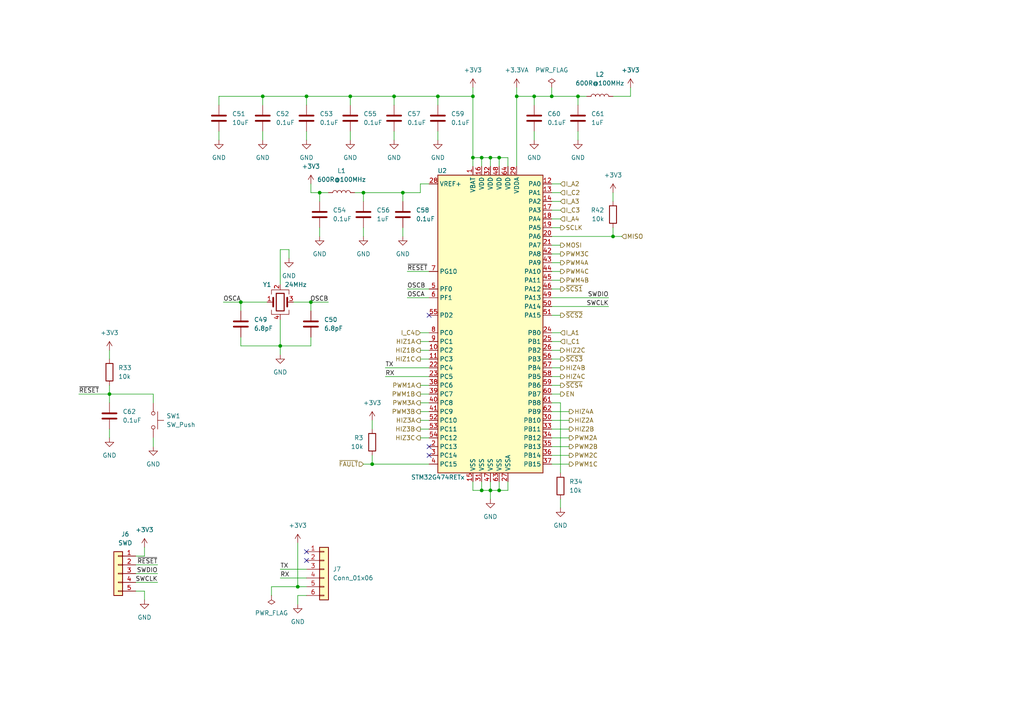
<source format=kicad_sch>
(kicad_sch (version 20210621) (generator eeschema)
  (paper "A4")
  (lib_symbols
    (symbol "Connector_Generic:Conn_01x05" (pin_names (offset 1.016) hide)
      (property "Reference" "J" (at 0 7.62 0))
      (property "Value" "Conn_01x05" (at 0 -7.62 0))
      (symbol "Conn_01x05_1_1"
        (rectangle (start -1.27 -4.953) (end 0 -5.207) (stroke (width 0.1524)))
        (rectangle (start -1.27 -2.413) (end 0 -2.667) (stroke (width 0.1524)))
        (rectangle (start -1.27 0.127) (end 0 -0.127) (stroke (width 0.1524)))
        (rectangle (start -1.27 2.667) (end 0 2.413) (stroke (width 0.1524)))
        (rectangle (start -1.27 5.207) (end 0 4.953) (stroke (width 0.1524)))
        (rectangle (start -1.27 6.35) (end 1.27 -6.35) (stroke (width 0.254)) (fill (type background)))
        (pin passive line (at -5.08 5.08 0) (length 3.81) (name "Pin_1") (number "1"))
        (pin passive line (at -5.08 2.54 0) (length 3.81) (name "Pin_2") (number "2"))
        (pin passive line (at -5.08 0 0) (length 3.81) (name "Pin_3") (number "3"))
        (pin passive line (at -5.08 -2.54 0) (length 3.81) (name "Pin_4") (number "4"))
        (pin passive line (at -5.08 -5.08 0) (length 3.81) (name "Pin_5") (number "5"))
      )
    )
    (symbol "Connector_Generic:Conn_01x06" (pin_names (offset 1.016) hide)
      (property "Reference" "J" (at 0 7.62 0))
      (property "Value" "Conn_01x06" (at 0 -10.16 0))
      (symbol "Conn_01x06_1_1"
        (rectangle (start -1.27 -7.493) (end 0 -7.747) (stroke (width 0.1524)))
        (rectangle (start -1.27 -4.953) (end 0 -5.207) (stroke (width 0.1524)))
        (rectangle (start -1.27 -2.413) (end 0 -2.667) (stroke (width 0.1524)))
        (rectangle (start -1.27 0.127) (end 0 -0.127) (stroke (width 0.1524)))
        (rectangle (start -1.27 2.667) (end 0 2.413) (stroke (width 0.1524)))
        (rectangle (start -1.27 5.207) (end 0 4.953) (stroke (width 0.1524)))
        (rectangle (start -1.27 6.35) (end 1.27 -8.89) (stroke (width 0.254)) (fill (type background)))
        (pin passive line (at -5.08 5.08 0) (length 3.81) (name "Pin_1") (number "1"))
        (pin passive line (at -5.08 2.54 0) (length 3.81) (name "Pin_2") (number "2"))
        (pin passive line (at -5.08 0 0) (length 3.81) (name "Pin_3") (number "3"))
        (pin passive line (at -5.08 -2.54 0) (length 3.81) (name "Pin_4") (number "4"))
        (pin passive line (at -5.08 -5.08 0) (length 3.81) (name "Pin_5") (number "5"))
        (pin passive line (at -5.08 -7.62 0) (length 3.81) (name "Pin_6") (number "6"))
      )
    )
    (symbol "Device:C" (pin_numbers hide) (pin_names (offset 0.254))
      (property "Reference" "C" (at 0.635 2.54 0))
      (property "Value" "C" (at 0.635 -2.54 0))
      (symbol "C_0_1"
        (polyline (pts (xy -2.032 -0.762) (xy 2.032 -0.762)) (stroke (width 0.508)))
        (polyline (pts (xy -2.032 0.762) (xy 2.032 0.762)) (stroke (width 0.508)))
      )
      (symbol "C_1_1"
        (pin passive line (at 0 3.81 270) (length 2.794) (name "~") (number "1"))
        (pin passive line (at 0 -3.81 90) (length 2.794) (name "~") (number "2"))
      )
    )
    (symbol "Device:Crystal_GND24" (pin_names (offset 1.016) hide)
      (property "Reference" "Y" (at 3.175 5.08 0))
      (property "Value" "Crystal_GND24" (at 3.175 3.175 0))
      (symbol "Crystal_GND24_0_1"
        (rectangle (start -1.143 2.54) (end 1.143 -2.54) (stroke (width 0.3048)))
        (polyline (pts (xy -2.54 0) (xy -2.032 0)))
        (polyline (pts (xy -2.032 -1.27) (xy -2.032 1.27)) (stroke (width 0.508)))
        (polyline (pts (xy 0 -3.81) (xy 0 -3.556)))
        (polyline (pts (xy 0 3.556) (xy 0 3.81)))
        (polyline (pts (xy 2.032 -1.27) (xy 2.032 1.27)) (stroke (width 0.508)))
        (polyline (pts (xy 2.032 0) (xy 2.54 0)))
        (polyline (pts (xy -2.54 -2.286) (xy -2.54 -3.556) (xy 2.54 -3.556) (xy 2.54 -2.286)))
        (polyline (pts (xy -2.54 2.286) (xy -2.54 3.556) (xy 2.54 3.556) (xy 2.54 2.286)))
      )
      (symbol "Crystal_GND24_1_1"
        (pin passive line (at -3.81 0 0) (length 1.27) (name "1") (number "1"))
        (pin passive line (at 0 5.08 270) (length 1.27) (name "2") (number "2"))
        (pin passive line (at 3.81 0 180) (length 1.27) (name "3") (number "3"))
        (pin passive line (at 0 -5.08 90) (length 1.27) (name "4") (number "4"))
      )
    )
    (symbol "Device:L" (pin_numbers hide) (pin_names (offset 1.016) hide)
      (property "Reference" "L" (at -1.27 0 90))
      (property "Value" "L" (at 1.905 0 90))
      (symbol "L_0_1"
        (arc (start 0 -2.54) (end 0 -1.27) (radius (at 0 -1.905) (length 0.635) (angles -89.9 89.9)))
        (arc (start 0 -1.27) (end 0 0) (radius (at 0 -0.635) (length 0.635) (angles -89.9 89.9)))
        (arc (start 0 0) (end 0 1.27) (radius (at 0 0.635) (length 0.635) (angles -89.9 89.9)))
        (arc (start 0 1.27) (end 0 2.54) (radius (at 0 1.905) (length 0.635) (angles -89.9 89.9)))
      )
      (symbol "L_1_1"
        (pin passive line (at 0 3.81 270) (length 1.27) (name "1") (number "1"))
        (pin passive line (at 0 -3.81 90) (length 1.27) (name "2") (number "2"))
      )
    )
    (symbol "Device:R" (pin_numbers hide) (pin_names (offset 0))
      (property "Reference" "R" (at 2.032 0 90))
      (property "Value" "R" (at 0 0 90))
      (symbol "R_0_1"
        (rectangle (start -1.016 -2.54) (end 1.016 2.54) (stroke (width 0.254)))
      )
      (symbol "R_1_1"
        (pin passive line (at 0 3.81 270) (length 1.27) (name "~") (number "1"))
        (pin passive line (at 0 -3.81 90) (length 1.27) (name "~") (number "2"))
      )
    )
    (symbol "MCU_ST_STM32G4:STM32G474RETx"
      (property "Reference" "U" (at -15.24 44.45 0))
      (property "Value" "STM32G474RETx" (at 10.16 44.45 0))
      (symbol "STM32G474RETx_0_1"
        (rectangle (start -15.24 -43.18) (end 15.24 43.18) (stroke (width 0.254)) (fill (type background)))
      )
      (symbol "STM32G474RETx_1_1"
        (pin power_in line (at -5.08 45.72 270) (length 2.54) (name "VBAT") (number "1"))
        (pin bidirectional line (at -17.78 -7.62 0) (length 2.54) (name "PC2") (number "10"))
        (pin bidirectional line (at -17.78 -10.16 0) (length 2.54) (name "PC3") (number "11"))
        (pin bidirectional line (at 17.78 40.64 180) (length 2.54) (name "PA0") (number "12"))
        (pin bidirectional line (at 17.78 38.1 180) (length 2.54) (name "PA1") (number "13"))
        (pin bidirectional line (at 17.78 35.56 180) (length 2.54) (name "PA2") (number "14"))
        (pin power_in line (at -5.08 -45.72 90) (length 2.54) (name "VSS") (number "15"))
        (pin power_in line (at -2.54 45.72 270) (length 2.54) (name "VDD") (number "16"))
        (pin bidirectional line (at 17.78 33.02 180) (length 2.54) (name "PA3") (number "17"))
        (pin bidirectional line (at 17.78 30.48 180) (length 2.54) (name "PA4") (number "18"))
        (pin bidirectional line (at 17.78 27.94 180) (length 2.54) (name "PA5") (number "19"))
        (pin bidirectional line (at -17.78 -35.56 0) (length 2.54) (name "PC13") (number "2"))
        (pin bidirectional line (at 17.78 25.4 180) (length 2.54) (name "PA6") (number "20"))
        (pin bidirectional line (at 17.78 22.86 180) (length 2.54) (name "PA7") (number "21"))
        (pin bidirectional line (at -17.78 -12.7 0) (length 2.54) (name "PC4") (number "22"))
        (pin bidirectional line (at -17.78 -15.24 0) (length 2.54) (name "PC5") (number "23"))
        (pin bidirectional line (at 17.78 -2.54 180) (length 2.54) (name "PB0") (number "24"))
        (pin bidirectional line (at 17.78 -5.08 180) (length 2.54) (name "PB1") (number "25"))
        (pin bidirectional line (at 17.78 -7.62 180) (length 2.54) (name "PB2") (number "26"))
        (pin power_in line (at 5.08 -45.72 90) (length 2.54) (name "VSSA") (number "27"))
        (pin bidirectional line (at -17.78 40.64 0) (length 2.54) (name "VREF+") (number "28"))
        (pin power_in line (at 7.62 45.72 270) (length 2.54) (name "VDDA") (number "29"))
        (pin bidirectional line (at -17.78 -38.1 0) (length 2.54) (name "PC14") (number "3"))
        (pin bidirectional line (at 17.78 -27.94 180) (length 2.54) (name "PB10") (number "30"))
        (pin power_in line (at -2.54 -45.72 90) (length 2.54) (name "VSS") (number "31"))
        (pin power_in line (at 0 45.72 270) (length 2.54) (name "VDD") (number "32"))
        (pin bidirectional line (at 17.78 -30.48 180) (length 2.54) (name "PB11") (number "33"))
        (pin bidirectional line (at 17.78 -33.02 180) (length 2.54) (name "PB12") (number "34"))
        (pin bidirectional line (at 17.78 -35.56 180) (length 2.54) (name "PB13") (number "35"))
        (pin bidirectional line (at 17.78 -38.1 180) (length 2.54) (name "PB14") (number "36"))
        (pin bidirectional line (at 17.78 -40.64 180) (length 2.54) (name "PB15") (number "37"))
        (pin bidirectional line (at -17.78 -17.78 0) (length 2.54) (name "PC6") (number "38"))
        (pin bidirectional line (at -17.78 -20.32 0) (length 2.54) (name "PC7") (number "39"))
        (pin bidirectional line (at -17.78 -40.64 0) (length 2.54) (name "PC15") (number "4"))
        (pin bidirectional line (at -17.78 -22.86 0) (length 2.54) (name "PC8") (number "40"))
        (pin bidirectional line (at -17.78 -25.4 0) (length 2.54) (name "PC9") (number "41"))
        (pin bidirectional line (at 17.78 20.32 180) (length 2.54) (name "PA8") (number "42"))
        (pin bidirectional line (at 17.78 17.78 180) (length 2.54) (name "PA9") (number "43"))
        (pin bidirectional line (at 17.78 15.24 180) (length 2.54) (name "PA10") (number "44"))
        (pin bidirectional line (at 17.78 12.7 180) (length 2.54) (name "PA11") (number "45"))
        (pin bidirectional line (at 17.78 10.16 180) (length 2.54) (name "PA12") (number "46"))
        (pin power_in line (at 0 -45.72 90) (length 2.54) (name "VSS") (number "47"))
        (pin power_in line (at 2.54 45.72 270) (length 2.54) (name "VDD") (number "48"))
        (pin bidirectional line (at 17.78 7.62 180) (length 2.54) (name "PA13") (number "49"))
        (pin input line (at -17.78 10.16 0) (length 2.54) (name "PF0") (number "5"))
        (pin bidirectional line (at 17.78 5.08 180) (length 2.54) (name "PA14") (number "50"))
        (pin bidirectional line (at 17.78 2.54 180) (length 2.54) (name "PA15") (number "51"))
        (pin bidirectional line (at -17.78 -27.94 0) (length 2.54) (name "PC10") (number "52"))
        (pin bidirectional line (at -17.78 -30.48 0) (length 2.54) (name "PC11") (number "53"))
        (pin bidirectional line (at -17.78 -33.02 0) (length 2.54) (name "PC12") (number "54"))
        (pin bidirectional line (at -17.78 2.54 0) (length 2.54) (name "PD2") (number "55"))
        (pin bidirectional line (at 17.78 -10.16 180) (length 2.54) (name "PB3") (number "56"))
        (pin bidirectional line (at 17.78 -12.7 180) (length 2.54) (name "PB4") (number "57"))
        (pin bidirectional line (at 17.78 -15.24 180) (length 2.54) (name "PB5") (number "58"))
        (pin bidirectional line (at 17.78 -17.78 180) (length 2.54) (name "PB6") (number "59"))
        (pin input line (at -17.78 7.62 0) (length 2.54) (name "PF1") (number "6"))
        (pin bidirectional line (at 17.78 -20.32 180) (length 2.54) (name "PB7") (number "60"))
        (pin bidirectional line (at 17.78 -22.86 180) (length 2.54) (name "PB8") (number "61"))
        (pin bidirectional line (at 17.78 -25.4 180) (length 2.54) (name "PB9") (number "62"))
        (pin power_in line (at 2.54 -45.72 90) (length 2.54) (name "VSS") (number "63"))
        (pin power_in line (at 5.08 45.72 270) (length 2.54) (name "VDD") (number "64"))
        (pin bidirectional line (at -17.78 15.24 0) (length 2.54) (name "PG10") (number "7"))
        (pin bidirectional line (at -17.78 -2.54 0) (length 2.54) (name "PC0") (number "8"))
        (pin bidirectional line (at -17.78 -5.08 0) (length 2.54) (name "PC1") (number "9"))
      )
    )
    (symbol "Switch:SW_Push" (pin_numbers hide) (pin_names (offset 1.016) hide)
      (property "Reference" "SW" (at 1.27 2.54 0))
      (property "Value" "SW_Push" (at 0 -1.524 0))
      (symbol "SW_Push_0_1"
        (circle (center -2.032 0) (radius 0.508))
        (circle (center 2.032 0) (radius 0.508))
        (polyline (pts (xy 0 1.27) (xy 0 3.048)))
        (polyline (pts (xy 2.54 1.27) (xy -2.54 1.27)))
        (pin passive line (at -5.08 0 0) (length 2.54) (name "1") (number "1"))
        (pin passive line (at 5.08 0 180) (length 2.54) (name "2") (number "2"))
      )
    )
    (symbol "power:+3.3V" (power) (pin_names (offset 0))
      (property "Value" "+3.3V" (at 0 3.556 0))
      (symbol "+3.3V_0_1"
        (polyline (pts (xy -0.762 1.27) (xy 0 2.54)))
        (polyline (pts (xy 0 0) (xy 0 2.54)))
        (polyline (pts (xy 0 2.54) (xy 0.762 1.27)))
      )
      (symbol "+3.3V_1_1"
        (pin power_in line (at 0 0 90) (length 0) hide (name "+3V3") (number "1"))
      )
    )
    (symbol "power:+3.3VA" (power) (pin_names (offset 0))
      (property "Value" "+3.3VA" (at 0 3.556 0))
      (symbol "+3.3VA_0_1"
        (polyline (pts (xy -0.762 1.27) (xy 0 2.54)))
        (polyline (pts (xy 0 0) (xy 0 2.54)))
        (polyline (pts (xy 0 2.54) (xy 0.762 1.27)))
      )
      (symbol "+3.3VA_1_1"
        (pin power_in line (at 0 0 90) (length 0) hide (name "+3.3VA") (number "1"))
      )
    )
    (symbol "power:GND" (power) (pin_names (offset 0))
      (property "Value" "GND" (at 0 -3.81 0))
      (symbol "GND_0_1"
        (polyline (pts (xy 0 0) (xy 0 -1.27) (xy 1.27 -1.27) (xy 0 -2.54) (xy -1.27 -1.27) (xy 0 -1.27)))
      )
      (symbol "GND_1_1"
        (pin power_in line (at 0 0 270) (length 0) hide (name "GND") (number "1"))
      )
    )
    (symbol "power:PWR_FLAG" (power) (pin_numbers hide) (pin_names (offset 0) hide)
      (property "Value" "PWR_FLAG" (at 0 3.81 0))
      (symbol "PWR_FLAG_0_0"
        (pin power_out line (at 0 0 90) (length 0) (name "pwr") (number "1"))
      )
      (symbol "PWR_FLAG_0_1"
        (polyline (pts (xy 0 0) (xy 0 1.27) (xy -1.016 1.905) (xy 0 2.54) (xy 1.016 1.905) (xy 0 1.27)))
      )
    )
  )
  (junction (at 31.75 114.3) (diameter 0.9144))
  (junction (at 69.85 87.63) (diameter 0.9144))
  (junction (at 76.2 27.94) (diameter 0.9144))
  (junction (at 81.28 100.33) (diameter 0.9144))
  (junction (at 86.36 170.18) (diameter 0.9144))
  (junction (at 88.9 27.94) (diameter 0.9144))
  (junction (at 90.17 87.63) (diameter 0.9144))
  (junction (at 92.71 55.88) (diameter 0.9144))
  (junction (at 101.6 27.94) (diameter 0.9144))
  (junction (at 105.41 55.88) (diameter 0.9144))
  (junction (at 107.95 134.62) (diameter 0.9144))
  (junction (at 114.3 27.94) (diameter 0.9144))
  (junction (at 116.84 55.88) (diameter 0.9144))
  (junction (at 127 27.94) (diameter 0.9144))
  (junction (at 137.16 27.94) (diameter 0.9144))
  (junction (at 137.16 45.72) (diameter 0.9144))
  (junction (at 139.7 45.72) (diameter 0.9144))
  (junction (at 139.7 142.24) (diameter 0.9144))
  (junction (at 142.24 45.72) (diameter 0.9144))
  (junction (at 142.24 142.24) (diameter 0.9144))
  (junction (at 144.78 45.72) (diameter 0.9144))
  (junction (at 144.78 142.24) (diameter 0.9144))
  (junction (at 149.86 27.94) (diameter 0.9144))
  (junction (at 154.94 27.94) (diameter 0.9144))
  (junction (at 160.02 27.94) (diameter 0.9144))
  (junction (at 167.64 27.94) (diameter 0.9144))
  (junction (at 177.8 68.58) (diameter 0.9144))
  (no_connect (at 88.9 160.02))
  (no_connect (at 88.9 162.56))
  (no_connect (at 124.46 91.44))
  (no_connect (at 124.46 129.54))
  (no_connect (at 124.46 132.08))
  (wire (pts (xy 22.86 114.3) (xy 31.75 114.3)))
  (wire (pts (xy 31.75 101.6) (xy 31.75 104.14)))
  (wire (pts (xy 31.75 111.76) (xy 31.75 114.3)))
  (wire (pts (xy 31.75 114.3) (xy 31.75 116.84)))
  (wire (pts (xy 31.75 127) (xy 31.75 124.46)))
  (wire (pts (xy 39.37 161.29) (xy 41.91 161.29)))
  (wire (pts (xy 39.37 163.83) (xy 45.72 163.83)))
  (wire (pts (xy 39.37 166.37) (xy 45.72 166.37)))
  (wire (pts (xy 39.37 168.91) (xy 45.72 168.91)))
  (wire (pts (xy 39.37 171.45) (xy 41.91 171.45)))
  (wire (pts (xy 41.91 161.29) (xy 41.91 158.75)))
  (wire (pts (xy 41.91 171.45) (xy 41.91 173.99)))
  (wire (pts (xy 44.45 114.3) (xy 31.75 114.3)))
  (wire (pts (xy 44.45 116.84) (xy 44.45 114.3)))
  (wire (pts (xy 44.45 129.54) (xy 44.45 127)))
  (wire (pts (xy 63.5 27.94) (xy 76.2 27.94)))
  (wire (pts (xy 63.5 30.48) (xy 63.5 27.94)))
  (wire (pts (xy 63.5 38.1) (xy 63.5 40.64)))
  (wire (pts (xy 64.77 87.63) (xy 69.85 87.63)))
  (wire (pts (xy 69.85 87.63) (xy 77.47 87.63)))
  (wire (pts (xy 69.85 90.17) (xy 69.85 87.63)))
  (wire (pts (xy 69.85 100.33) (xy 69.85 97.79)))
  (wire (pts (xy 76.2 27.94) (xy 76.2 30.48)))
  (wire (pts (xy 76.2 27.94) (xy 88.9 27.94)))
  (wire (pts (xy 76.2 38.1) (xy 76.2 40.64)))
  (wire (pts (xy 78.74 170.18) (xy 86.36 170.18)))
  (wire (pts (xy 78.74 172.72) (xy 78.74 170.18)))
  (wire (pts (xy 81.28 72.39) (xy 81.28 82.55)))
  (wire (pts (xy 81.28 92.71) (xy 81.28 100.33)))
  (wire (pts (xy 81.28 100.33) (xy 69.85 100.33)))
  (wire (pts (xy 81.28 102.87) (xy 81.28 100.33)))
  (wire (pts (xy 81.28 165.1) (xy 88.9 165.1)))
  (wire (pts (xy 81.28 167.64) (xy 88.9 167.64)))
  (wire (pts (xy 83.82 72.39) (xy 81.28 72.39)))
  (wire (pts (xy 83.82 74.93) (xy 83.82 72.39)))
  (wire (pts (xy 86.36 170.18) (xy 86.36 157.48)))
  (wire (pts (xy 86.36 172.72) (xy 88.9 172.72)))
  (wire (pts (xy 86.36 175.26) (xy 86.36 172.72)))
  (wire (pts (xy 88.9 27.94) (xy 88.9 30.48)))
  (wire (pts (xy 88.9 38.1) (xy 88.9 40.64)))
  (wire (pts (xy 88.9 170.18) (xy 86.36 170.18)))
  (wire (pts (xy 90.17 53.34) (xy 90.17 55.88)))
  (wire (pts (xy 90.17 55.88) (xy 92.71 55.88)))
  (wire (pts (xy 90.17 87.63) (xy 85.09 87.63)))
  (wire (pts (xy 90.17 87.63) (xy 95.25 87.63)))
  (wire (pts (xy 90.17 90.17) (xy 90.17 87.63)))
  (wire (pts (xy 90.17 97.79) (xy 90.17 100.33)))
  (wire (pts (xy 90.17 100.33) (xy 81.28 100.33)))
  (wire (pts (xy 92.71 55.88) (xy 92.71 58.42)))
  (wire (pts (xy 92.71 55.88) (xy 95.25 55.88)))
  (wire (pts (xy 92.71 66.04) (xy 92.71 68.58)))
  (wire (pts (xy 101.6 27.94) (xy 88.9 27.94)))
  (wire (pts (xy 101.6 27.94) (xy 101.6 30.48)))
  (wire (pts (xy 101.6 38.1) (xy 101.6 40.64)))
  (wire (pts (xy 102.87 55.88) (xy 105.41 55.88)))
  (wire (pts (xy 105.41 55.88) (xy 116.84 55.88)))
  (wire (pts (xy 105.41 58.42) (xy 105.41 55.88)))
  (wire (pts (xy 105.41 66.04) (xy 105.41 68.58)))
  (wire (pts (xy 107.95 121.92) (xy 107.95 124.46)))
  (wire (pts (xy 107.95 132.08) (xy 107.95 134.62)))
  (wire (pts (xy 107.95 134.62) (xy 105.41 134.62)))
  (wire (pts (xy 111.76 106.68) (xy 124.46 106.68)))
  (wire (pts (xy 111.76 109.22) (xy 124.46 109.22)))
  (wire (pts (xy 114.3 27.94) (xy 101.6 27.94)))
  (wire (pts (xy 114.3 27.94) (xy 114.3 30.48)))
  (wire (pts (xy 114.3 38.1) (xy 114.3 40.64)))
  (wire (pts (xy 116.84 55.88) (xy 116.84 58.42)))
  (wire (pts (xy 116.84 66.04) (xy 116.84 68.58)))
  (wire (pts (xy 118.11 78.74) (xy 124.46 78.74)))
  (wire (pts (xy 118.11 83.82) (xy 124.46 83.82)))
  (wire (pts (xy 118.11 86.36) (xy 124.46 86.36)))
  (wire (pts (xy 121.92 53.34) (xy 121.92 55.88)))
  (wire (pts (xy 121.92 55.88) (xy 116.84 55.88)))
  (wire (pts (xy 121.92 96.52) (xy 124.46 96.52)))
  (wire (pts (xy 121.92 116.84) (xy 124.46 116.84)))
  (wire (pts (xy 121.92 119.38) (xy 124.46 119.38)))
  (wire (pts (xy 121.92 121.92) (xy 124.46 121.92)))
  (wire (pts (xy 121.92 124.46) (xy 124.46 124.46)))
  (wire (pts (xy 121.92 127) (xy 124.46 127)))
  (wire (pts (xy 124.46 53.34) (xy 121.92 53.34)))
  (wire (pts (xy 124.46 99.06) (xy 121.92 99.06)))
  (wire (pts (xy 124.46 101.6) (xy 121.92 101.6)))
  (wire (pts (xy 124.46 104.14) (xy 121.92 104.14)))
  (wire (pts (xy 124.46 111.76) (xy 121.92 111.76)))
  (wire (pts (xy 124.46 114.3) (xy 121.92 114.3)))
  (wire (pts (xy 124.46 134.62) (xy 107.95 134.62)))
  (wire (pts (xy 127 27.94) (xy 114.3 27.94)))
  (wire (pts (xy 127 27.94) (xy 137.16 27.94)))
  (wire (pts (xy 127 30.48) (xy 127 27.94)))
  (wire (pts (xy 127 38.1) (xy 127 40.64)))
  (wire (pts (xy 137.16 27.94) (xy 137.16 25.4)))
  (wire (pts (xy 137.16 27.94) (xy 137.16 45.72)))
  (wire (pts (xy 137.16 45.72) (xy 137.16 48.26)))
  (wire (pts (xy 137.16 139.7) (xy 137.16 142.24)))
  (wire (pts (xy 137.16 142.24) (xy 139.7 142.24)))
  (wire (pts (xy 139.7 45.72) (xy 137.16 45.72)))
  (wire (pts (xy 139.7 45.72) (xy 139.7 48.26)))
  (wire (pts (xy 139.7 139.7) (xy 139.7 142.24)))
  (wire (pts (xy 139.7 142.24) (xy 142.24 142.24)))
  (wire (pts (xy 142.24 45.72) (xy 139.7 45.72)))
  (wire (pts (xy 142.24 45.72) (xy 142.24 48.26)))
  (wire (pts (xy 142.24 139.7) (xy 142.24 142.24)))
  (wire (pts (xy 142.24 142.24) (xy 142.24 144.78)))
  (wire (pts (xy 144.78 45.72) (xy 142.24 45.72)))
  (wire (pts (xy 144.78 45.72) (xy 144.78 48.26)))
  (wire (pts (xy 144.78 139.7) (xy 144.78 142.24)))
  (wire (pts (xy 144.78 142.24) (xy 142.24 142.24)))
  (wire (pts (xy 147.32 45.72) (xy 144.78 45.72)))
  (wire (pts (xy 147.32 45.72) (xy 147.32 48.26)))
  (wire (pts (xy 147.32 139.7) (xy 147.32 142.24)))
  (wire (pts (xy 147.32 142.24) (xy 144.78 142.24)))
  (wire (pts (xy 149.86 25.4) (xy 149.86 27.94)))
  (wire (pts (xy 149.86 27.94) (xy 149.86 48.26)))
  (wire (pts (xy 149.86 27.94) (xy 154.94 27.94)))
  (wire (pts (xy 154.94 27.94) (xy 154.94 30.48)))
  (wire (pts (xy 154.94 27.94) (xy 160.02 27.94)))
  (wire (pts (xy 154.94 38.1) (xy 154.94 40.64)))
  (wire (pts (xy 160.02 25.4) (xy 160.02 27.94)))
  (wire (pts (xy 160.02 27.94) (xy 167.64 27.94)))
  (wire (pts (xy 160.02 53.34) (xy 162.56 53.34)))
  (wire (pts (xy 160.02 55.88) (xy 162.56 55.88)))
  (wire (pts (xy 160.02 58.42) (xy 162.56 58.42)))
  (wire (pts (xy 160.02 60.96) (xy 162.56 60.96)))
  (wire (pts (xy 160.02 63.5) (xy 162.56 63.5)))
  (wire (pts (xy 160.02 73.66) (xy 162.56 73.66)))
  (wire (pts (xy 160.02 76.2) (xy 162.56 76.2)))
  (wire (pts (xy 160.02 78.74) (xy 162.56 78.74)))
  (wire (pts (xy 160.02 81.28) (xy 162.56 81.28)))
  (wire (pts (xy 160.02 86.36) (xy 176.53 86.36)))
  (wire (pts (xy 160.02 88.9) (xy 176.53 88.9)))
  (wire (pts (xy 160.02 91.44) (xy 162.56 91.44)))
  (wire (pts (xy 160.02 96.52) (xy 162.56 96.52)))
  (wire (pts (xy 160.02 99.06) (xy 162.56 99.06)))
  (wire (pts (xy 160.02 101.6) (xy 162.56 101.6)))
  (wire (pts (xy 160.02 104.14) (xy 162.56 104.14)))
  (wire (pts (xy 160.02 106.68) (xy 162.56 106.68)))
  (wire (pts (xy 160.02 109.22) (xy 162.56 109.22)))
  (wire (pts (xy 160.02 111.76) (xy 162.56 111.76)))
  (wire (pts (xy 160.02 114.3) (xy 162.56 114.3)))
  (wire (pts (xy 160.02 119.38) (xy 165.1 119.38)))
  (wire (pts (xy 160.02 121.92) (xy 165.1 121.92)))
  (wire (pts (xy 160.02 124.46) (xy 165.1 124.46)))
  (wire (pts (xy 160.02 127) (xy 165.1 127)))
  (wire (pts (xy 160.02 129.54) (xy 165.1 129.54)))
  (wire (pts (xy 160.02 132.08) (xy 165.1 132.08)))
  (wire (pts (xy 160.02 134.62) (xy 165.1 134.62)))
  (wire (pts (xy 162.56 66.04) (xy 160.02 66.04)))
  (wire (pts (xy 162.56 71.12) (xy 160.02 71.12)))
  (wire (pts (xy 162.56 83.82) (xy 160.02 83.82)))
  (wire (pts (xy 162.56 116.84) (xy 160.02 116.84)))
  (wire (pts (xy 162.56 137.16) (xy 162.56 116.84)))
  (wire (pts (xy 162.56 144.78) (xy 162.56 147.32)))
  (wire (pts (xy 167.64 27.94) (xy 167.64 30.48)))
  (wire (pts (xy 167.64 27.94) (xy 170.18 27.94)))
  (wire (pts (xy 167.64 38.1) (xy 167.64 40.64)))
  (wire (pts (xy 177.8 27.94) (xy 182.88 27.94)))
  (wire (pts (xy 177.8 55.88) (xy 177.8 58.42)))
  (wire (pts (xy 177.8 66.04) (xy 177.8 68.58)))
  (wire (pts (xy 177.8 68.58) (xy 160.02 68.58)))
  (wire (pts (xy 180.34 68.58) (xy 177.8 68.58)))
  (wire (pts (xy 182.88 27.94) (xy 182.88 25.4)))
  (label "~{RESET}" (at 22.86 114.3 0))
  (label "~{RESET}" (at 45.72 163.83 180))
  (label "SWDIO" (at 45.72 166.37 180))
  (label "SWCLK" (at 45.72 168.91 180))
  (label "OSCA" (at 64.77 87.63 0))
  (label "TX" (at 81.28 165.1 0))
  (label "RX" (at 81.28 167.64 0))
  (label "OSCB" (at 95.25 87.63 180))
  (label "TX" (at 111.76 106.68 0))
  (label "RX" (at 111.76 109.22 0))
  (label "~{RESET}" (at 118.11 78.74 0))
  (label "OSCB" (at 118.11 83.82 0))
  (label "OSCA" (at 118.11 86.36 0))
  (label "SWDIO" (at 176.53 86.36 180))
  (label "SWCLK" (at 176.53 88.9 180))
  (hierarchical_label "~{FAULT}" (shape input) (at 105.41 134.62 180))
  (hierarchical_label "I_C4" (shape input) (at 121.92 96.52 180))
  (hierarchical_label "HIZ1A" (shape output) (at 121.92 99.06 180))
  (hierarchical_label "HIZ1B" (shape output) (at 121.92 101.6 180))
  (hierarchical_label "HIZ1C" (shape output) (at 121.92 104.14 180))
  (hierarchical_label "PWM1A" (shape output) (at 121.92 111.76 180))
  (hierarchical_label "PWM1B" (shape output) (at 121.92 114.3 180))
  (hierarchical_label "PWM3A" (shape output) (at 121.92 116.84 180))
  (hierarchical_label "PWM3B" (shape output) (at 121.92 119.38 180))
  (hierarchical_label "HIZ3A" (shape output) (at 121.92 121.92 180))
  (hierarchical_label "HIZ3B" (shape output) (at 121.92 124.46 180))
  (hierarchical_label "HIZ3C" (shape output) (at 121.92 127 180))
  (hierarchical_label "I_A2" (shape input) (at 162.56 53.34 0))
  (hierarchical_label "I_C2" (shape input) (at 162.56 55.88 0))
  (hierarchical_label "I_A3" (shape input) (at 162.56 58.42 0))
  (hierarchical_label "I_C3" (shape input) (at 162.56 60.96 0))
  (hierarchical_label "I_A4" (shape input) (at 162.56 63.5 0))
  (hierarchical_label "SCLK" (shape output) (at 162.56 66.04 0))
  (hierarchical_label "MOSI" (shape output) (at 162.56 71.12 0))
  (hierarchical_label "PWM3C" (shape output) (at 162.56 73.66 0))
  (hierarchical_label "PWM4A" (shape output) (at 162.56 76.2 0))
  (hierarchical_label "PWM4C" (shape output) (at 162.56 78.74 0))
  (hierarchical_label "PWM4B" (shape output) (at 162.56 81.28 0))
  (hierarchical_label "~{SCS1}" (shape output) (at 162.56 83.82 0))
  (hierarchical_label "~{SCS2}" (shape output) (at 162.56 91.44 0))
  (hierarchical_label "I_A1" (shape input) (at 162.56 96.52 0))
  (hierarchical_label "I_C1" (shape input) (at 162.56 99.06 0))
  (hierarchical_label "HIZ2C" (shape output) (at 162.56 101.6 0))
  (hierarchical_label "~{SCS3}" (shape output) (at 162.56 104.14 0))
  (hierarchical_label "HIZ4B" (shape output) (at 162.56 106.68 0))
  (hierarchical_label "HIZ4C" (shape output) (at 162.56 109.22 0))
  (hierarchical_label "~{SCS4}" (shape output) (at 162.56 111.76 0))
  (hierarchical_label "EN" (shape output) (at 162.56 114.3 0))
  (hierarchical_label "HIZ4A" (shape output) (at 165.1 119.38 0))
  (hierarchical_label "HIZ2A" (shape output) (at 165.1 121.92 0))
  (hierarchical_label "HIZ2B" (shape output) (at 165.1 124.46 0))
  (hierarchical_label "PWM2A" (shape output) (at 165.1 127 0))
  (hierarchical_label "PWM2B" (shape output) (at 165.1 129.54 0))
  (hierarchical_label "PWM2C" (shape output) (at 165.1 132.08 0))
  (hierarchical_label "PWM1C" (shape output) (at 165.1 134.62 0))
  (hierarchical_label "MISO" (shape input) (at 180.34 68.58 0))
  (symbol (lib_id "power:+3.3V") (at 31.75 101.6 0) (unit 1)
    (property "Reference" "#PWR0210" (effects hide))
    (property "Value" "+3.3V" (at 31.75 96.52 0))
  )
  (symbol (lib_id "power:+3.3V") (at 41.91 158.75 0) (unit 1)
    (property "Reference" "#PWR0213" (effects hide))
    (property "Value" "+3.3V" (at 41.91 153.67 0))
  )
  (symbol (lib_id "power:+3.3V") (at 86.36 157.48 0) (unit 1)
    (property "Reference" "#PWR0215" (effects hide))
    (property "Value" "+3.3V" (at 86.36 152.4 0))
  )
  (symbol (lib_id "power:+3.3V") (at 90.17 53.34 0) (unit 1)
    (property "Reference" "#PWR0204" (effects hide))
    (property "Value" "+3.3V" (at 90.17 48.26 0))
  )
  (symbol (lib_id "power:+3.3V") (at 107.95 121.92 0) (mirror y) (unit 1)
    (property "Reference" "#PWR0107" (effects hide))
    (property "Value" "+3.3V" (at 107.95 116.84 0))
  )
  (symbol (lib_id "power:+3.3V") (at 137.16 25.4 0) (unit 1)
    (property "Reference" "#PWR0190" (effects hide))
    (property "Value" "+3.3V" (at 137.16 20.32 0))
  )
  (symbol (lib_id "power:+3.3VA") (at 149.86 25.4 0) (unit 1)
    (property "Reference" "#PWR0197" (effects hide))
    (property "Value" "+3.3VA" (at 149.86 20.32 0))
  )
  (symbol (lib_id "power:+3.3V") (at 177.8 55.88 0) (mirror y) (unit 1)
    (property "Reference" "#PWR01" (effects hide))
    (property "Value" "+3.3V" (at 177.8 50.8 0))
  )
  (symbol (lib_id "power:+3.3V") (at 182.88 25.4 0) (unit 1)
    (property "Reference" "#PWR0200" (effects hide))
    (property "Value" "+3.3V" (at 182.88 20.32 0))
  )
  (symbol (lib_id "power:PWR_FLAG") (at 78.74 172.72 180) (unit 1)
    (property "Reference" "#FLG0101" (effects hide))
    (property "Value" "PWR_FLAG" (at 78.74 177.8 0))
  )
  (symbol (lib_id "power:PWR_FLAG") (at 160.02 25.4 0) (unit 1)
    (property "Reference" "#FLG03" (effects hide))
    (property "Value" "PWR_FLAG" (at 160.02 20.32 0))
  )
  (symbol (lib_id "power:GND") (at 31.75 127 0) (unit 1)
    (property "Reference" "#PWR0209" (effects hide))
    (property "Value" "GND" (at 31.75 132.08 0))
  )
  (symbol (lib_id "power:GND") (at 41.91 173.99 0) (unit 1)
    (property "Reference" "#PWR0214" (effects hide))
    (property "Value" "GND" (at 41.91 179.07 0))
  )
  (symbol (lib_id "power:GND") (at 44.45 129.54 0) (unit 1)
    (property "Reference" "#PWR0212" (effects hide))
    (property "Value" "GND" (at 44.45 134.62 0))
  )
  (symbol (lib_id "power:GND") (at 63.5 40.64 0) (unit 1)
    (property "Reference" "#PWR0203" (effects hide))
    (property "Value" "GND" (at 63.5 45.72 0))
  )
  (symbol (lib_id "power:GND") (at 76.2 40.64 0) (unit 1)
    (property "Reference" "#PWR0201" (effects hide))
    (property "Value" "GND" (at 76.2 45.72 0))
  )
  (symbol (lib_id "power:GND") (at 81.28 102.87 0) (unit 1)
    (property "Reference" "#PWR0191" (effects hide))
    (property "Value" "GND" (at 81.28 107.95 0))
  )
  (symbol (lib_id "power:GND") (at 83.82 74.93 0) (unit 1)
    (property "Reference" "#PWR0192" (effects hide))
    (property "Value" "GND" (at 83.82 80.01 0))
  )
  (symbol (lib_id "power:GND") (at 86.36 175.26 0) (unit 1)
    (property "Reference" "#PWR0216" (effects hide))
    (property "Value" "GND" (at 86.36 180.34 0))
  )
  (symbol (lib_id "power:GND") (at 88.9 40.64 0) (unit 1)
    (property "Reference" "#PWR0202" (effects hide))
    (property "Value" "GND" (at 88.9 45.72 0))
  )
  (symbol (lib_id "power:GND") (at 92.71 68.58 0) (unit 1)
    (property "Reference" "#PWR0187" (effects hide))
    (property "Value" "GND" (at 92.71 73.66 0))
  )
  (symbol (lib_id "power:GND") (at 101.6 40.64 0) (unit 1)
    (property "Reference" "#PWR0196" (effects hide))
    (property "Value" "GND" (at 101.6 45.72 0))
  )
  (symbol (lib_id "power:GND") (at 105.41 68.58 0) (unit 1)
    (property "Reference" "#PWR0163" (effects hide))
    (property "Value" "GND" (at 105.41 73.66 0))
  )
  (symbol (lib_id "power:GND") (at 114.3 40.64 0) (unit 1)
    (property "Reference" "#PWR0195" (effects hide))
    (property "Value" "GND" (at 114.3 45.72 0))
  )
  (symbol (lib_id "power:GND") (at 116.84 68.58 0) (unit 1)
    (property "Reference" "#PWR0141" (effects hide))
    (property "Value" "GND" (at 116.84 73.66 0))
  )
  (symbol (lib_id "power:GND") (at 127 40.64 0) (unit 1)
    (property "Reference" "#PWR0194" (effects hide))
    (property "Value" "GND" (at 127 45.72 0))
  )
  (symbol (lib_id "power:GND") (at 142.24 144.78 0) (unit 1)
    (property "Reference" "#PWR0193" (effects hide))
    (property "Value" "GND" (at 142.24 149.86 0))
  )
  (symbol (lib_id "power:GND") (at 154.94 40.64 0) (unit 1)
    (property "Reference" "#PWR0198" (effects hide))
    (property "Value" "GND" (at 154.94 45.72 0))
  )
  (symbol (lib_id "power:GND") (at 162.56 147.32 0) (unit 1)
    (property "Reference" "#PWR0211" (effects hide))
    (property "Value" "GND" (at 162.56 152.4 0))
  )
  (symbol (lib_id "power:GND") (at 167.64 40.64 0) (unit 1)
    (property "Reference" "#PWR0199" (effects hide))
    (property "Value" "GND" (at 167.64 45.72 0))
  )
  (symbol (lib_id "Device:L") (at 99.06 55.88 90) (unit 1)
    (property "Reference" "L1" (at 99.06 49.53 90))
    (property "Value" "600R@100MHz" (at 99.06 52.07 90))
    (property "Footprint" "Inductor_SMD:L_0402_1005Metric" (effects hide))
    (property "Digikey" "283-MFBM1V1005-501-RCT-ND" (effects hide))
  )
  (symbol (lib_id "Device:L") (at 173.99 27.94 90) (unit 1)
    (property "Reference" "L2" (at 173.99 21.59 90))
    (property "Value" "600R@100MHz" (at 173.99 24.13 90))
    (property "Footprint" "Inductor_SMD:L_0402_1005Metric" (effects hide))
    (property "Digikey" "283-MFBM1V1005-501-RCT-ND" (effects hide))
  )
  (symbol (lib_id "Device:R") (at 31.75 107.95 0) (unit 1)
    (property "Reference" "R33" (at 34.29 106.6799 0) (effects (justify left)))
    (property "Value" "10k" (at 34.29 109.2199 0) (effects (justify left)))
    (property "Footprint" "Resistor_SMD:R_0402_1005Metric" (effects hide))
  )
  (symbol (lib_id "Device:R") (at 107.95 128.27 0) (mirror y) (unit 1)
    (property "Reference" "R3" (at 105.41 126.9999 0) (effects (justify left)))
    (property "Value" "10k" (at 105.41 129.5399 0) (effects (justify left)))
    (property "Footprint" "Resistor_SMD:R_0402_1005Metric" (effects hide))
  )
  (symbol (lib_id "Device:R") (at 162.56 140.97 0) (unit 1)
    (property "Reference" "R34" (at 165.1 139.6999 0) (effects (justify left)))
    (property "Value" "10k" (at 165.1 142.2399 0) (effects (justify left)))
    (property "Footprint" "Resistor_SMD:R_0402_1005Metric" (effects hide))
  )
  (symbol (lib_id "Device:R") (at 177.8 62.23 0) (mirror y) (unit 1)
    (property "Reference" "R42" (at 175.26 60.9599 0) (effects (justify left)))
    (property "Value" "10k" (at 175.26 63.4999 0) (effects (justify left)))
    (property "Footprint" "Resistor_SMD:R_0402_1005Metric" (effects hide))
  )
  (symbol (lib_id "Device:C") (at 31.75 120.65 180) (unit 1)
    (property "Reference" "C62" (at 35.56 119.3799 0) (effects (justify right)))
    (property "Value" "0.1uF" (at 35.56 121.9199 0) (effects (justify right)))
    (property "Footprint" "Capacitor_SMD:C_0402_1005Metric" (effects hide))
    (property "Digikey" "1276-6720-1-ND" (effects hide))
  )
  (symbol (lib_id "Device:C") (at 63.5 34.29 0) (unit 1)
    (property "Reference" "C51" (at 67.31 33.0199 0) (effects (justify left)))
    (property "Value" "10uF" (at 67.31 35.5599 0) (effects (justify left)))
    (property "Footprint" "Capacitor_SMD:C_0805_2012Metric" (effects hide))
    (property "Digikey" "587-6025-1-ND" (effects hide))
  )
  (symbol (lib_id "Device:C") (at 69.85 93.98 0) (unit 1)
    (property "Reference" "C49" (at 73.66 92.7099 0) (effects (justify left)))
    (property "Value" "6.8pF" (at 73.66 95.2499 0) (effects (justify left)))
    (property "Footprint" "Capacitor_SMD:C_0402_1005Metric" (effects hide))
    (property "Digikey" "732-7440-1-ND" (effects hide))
  )
  (symbol (lib_id "Device:C") (at 76.2 34.29 180) (unit 1)
    (property "Reference" "C52" (at 80.01 33.0199 0) (effects (justify right)))
    (property "Value" "0.1uF" (at 80.01 35.5599 0) (effects (justify right)))
    (property "Footprint" "Capacitor_SMD:C_0402_1005Metric" (effects hide))
    (property "Digikey" "1276-6720-1-ND" (effects hide))
  )
  (symbol (lib_id "Device:C") (at 88.9 34.29 180) (unit 1)
    (property "Reference" "C53" (at 92.71 33.0199 0) (effects (justify right)))
    (property "Value" "0.1uF" (at 92.71 35.5599 0) (effects (justify right)))
    (property "Footprint" "Capacitor_SMD:C_0402_1005Metric" (effects hide))
    (property "Digikey" "1276-6720-1-ND" (effects hide))
  )
  (symbol (lib_id "Device:C") (at 90.17 93.98 0) (unit 1)
    (property "Reference" "C50" (at 93.98 92.7099 0) (effects (justify left)))
    (property "Value" "6.8pF" (at 93.98 95.2499 0) (effects (justify left)))
    (property "Footprint" "Capacitor_SMD:C_0402_1005Metric" (effects hide))
    (property "Digikey" "732-7440-1-ND" (effects hide))
  )
  (symbol (lib_id "Device:C") (at 92.71 62.23 180) (unit 1)
    (property "Reference" "C54" (at 96.52 60.9599 0) (effects (justify right)))
    (property "Value" "0.1uF" (at 96.52 63.4999 0) (effects (justify right)))
    (property "Footprint" "Capacitor_SMD:C_0402_1005Metric" (effects hide))
    (property "Digikey" "1276-6720-1-ND" (effects hide))
  )
  (symbol (lib_id "Device:C") (at 101.6 34.29 180) (unit 1)
    (property "Reference" "C55" (at 105.41 33.0199 0) (effects (justify right)))
    (property "Value" "0.1uF" (at 105.41 35.5599 0) (effects (justify right)))
    (property "Footprint" "Capacitor_SMD:C_0402_1005Metric" (effects hide))
    (property "Digikey" "1276-6720-1-ND" (effects hide))
  )
  (symbol (lib_id "Device:C") (at 105.41 62.23 0) (mirror y) (unit 1)
    (property "Reference" "C56" (at 109.22 60.9599 0) (effects (justify right)))
    (property "Value" "1uF" (at 109.22 63.4999 0) (effects (justify right)))
    (property "Footprint" "Capacitor_SMD:C_0603_1608Metric" (effects hide))
    (property "Digikey" "1276-1184-1-ND" (effects hide))
  )
  (symbol (lib_id "Device:C") (at 114.3 34.29 180) (unit 1)
    (property "Reference" "C57" (at 118.11 33.0199 0) (effects (justify right)))
    (property "Value" "0.1uF" (at 118.11 35.5599 0) (effects (justify right)))
    (property "Footprint" "Capacitor_SMD:C_0402_1005Metric" (effects hide))
    (property "Digikey" "1276-6720-1-ND" (effects hide))
  )
  (symbol (lib_id "Device:C") (at 116.84 62.23 180) (unit 1)
    (property "Reference" "C58" (at 120.65 60.9599 0) (effects (justify right)))
    (property "Value" "0.1uF" (at 120.65 63.4999 0) (effects (justify right)))
    (property "Footprint" "Capacitor_SMD:C_0402_1005Metric" (effects hide))
    (property "Digikey" "1276-6720-1-ND" (effects hide))
  )
  (symbol (lib_id "Device:C") (at 127 34.29 180) (unit 1)
    (property "Reference" "C59" (at 130.81 33.0199 0) (effects (justify right)))
    (property "Value" "0.1uF" (at 130.81 35.5599 0) (effects (justify right)))
    (property "Footprint" "Capacitor_SMD:C_0402_1005Metric" (effects hide))
    (property "Digikey" "1276-6720-1-ND" (effects hide))
  )
  (symbol (lib_id "Device:C") (at 154.94 34.29 180) (unit 1)
    (property "Reference" "C60" (at 158.75 33.0199 0) (effects (justify right)))
    (property "Value" "0.1uF" (at 158.75 35.5599 0) (effects (justify right)))
    (property "Footprint" "Capacitor_SMD:C_0402_1005Metric" (effects hide))
    (property "Digikey" "1276-6720-1-ND" (effects hide))
  )
  (symbol (lib_id "Device:C") (at 167.64 34.29 0) (unit 1)
    (property "Reference" "C61" (at 171.45 33.0199 0) (effects (justify left)))
    (property "Value" "1uF" (at 171.45 35.5599 0) (effects (justify left)))
    (property "Footprint" "Capacitor_SMD:C_0603_1608Metric" (effects hide))
    (property "Digikey" "1276-1184-1-ND" (effects hide))
  )
  (symbol (lib_id "Switch:SW_Push") (at 44.45 121.92 270) (unit 1)
    (property "Reference" "SW1" (at 48.26 120.6499 90) (effects (justify left)))
    (property "Value" "SW_Push" (at 48.26 123.1899 90) (effects (justify left)))
    (property "Footprint" "Button_Switch_SMD:SW_SPST_CK_KXT3" (effects hide))
    (property "Digikey" "CKN12314-1-ND" (effects hide))
  )
  (symbol (lib_id "Connector_Generic:Conn_01x05") (at 34.29 166.37 0) (mirror y) (unit 1)
    (property "Reference" "J6" (at 36.322 154.94 0))
    (property "Value" "SWD" (at 36.322 157.48 0))
    (property "Footprint" "Connector_PinHeader_2.54mm:PinHeader_1x05_P2.54mm_Vertical" (effects hide))
  )
  (symbol (lib_id "Device:Crystal_GND24") (at 81.28 87.63 0) (unit 1)
    (property "Reference" "Y1" (at 76.2 82.5499 0) (effects (justify left)))
    (property "Value" "24MHz" (at 82.55 82.5499 0) (effects (justify left)))
    (property "Footprint" "Crystal:Crystal_SMD_2016-4Pin_2.0x1.6mm" (effects hide))
    (property "Digikey" "490-5575-1-ND" (effects hide))
  )
  (symbol (lib_id "Connector_Generic:Conn_01x06") (at 93.98 165.1 0) (unit 1)
    (property "Reference" "J7" (at 96.52 165.0999 0) (effects (justify left)))
    (property "Value" "Conn_01x06" (at 96.52 167.6399 0) (effects (justify left)))
    (property "Footprint" "Connector_JST:JST_SH_SM06B-SRSS-TB_1x06-1MP_P1.00mm_Horizontal" (effects hide))
    (property "Digikey" "455-1806-1-ND" (effects hide))
  )
  (symbol (lib_id "MCU_ST_STM32G4:STM32G474RETx") (at 142.24 93.98 0) (unit 1)
    (property "Reference" "U2" (at 128.27 49.53 0))
    (property "Value" "STM32G474RETx" (at 127 138.43 0))
    (property "Footprint" "Package_QFP:LQFP-64_10x10mm_P0.5mm" (effects hide))
    (property "Datasheet" "https://www.st.com/resource/en/datasheet/stm32g474cb.pdf" (effects hide))
  )
)
</source>
